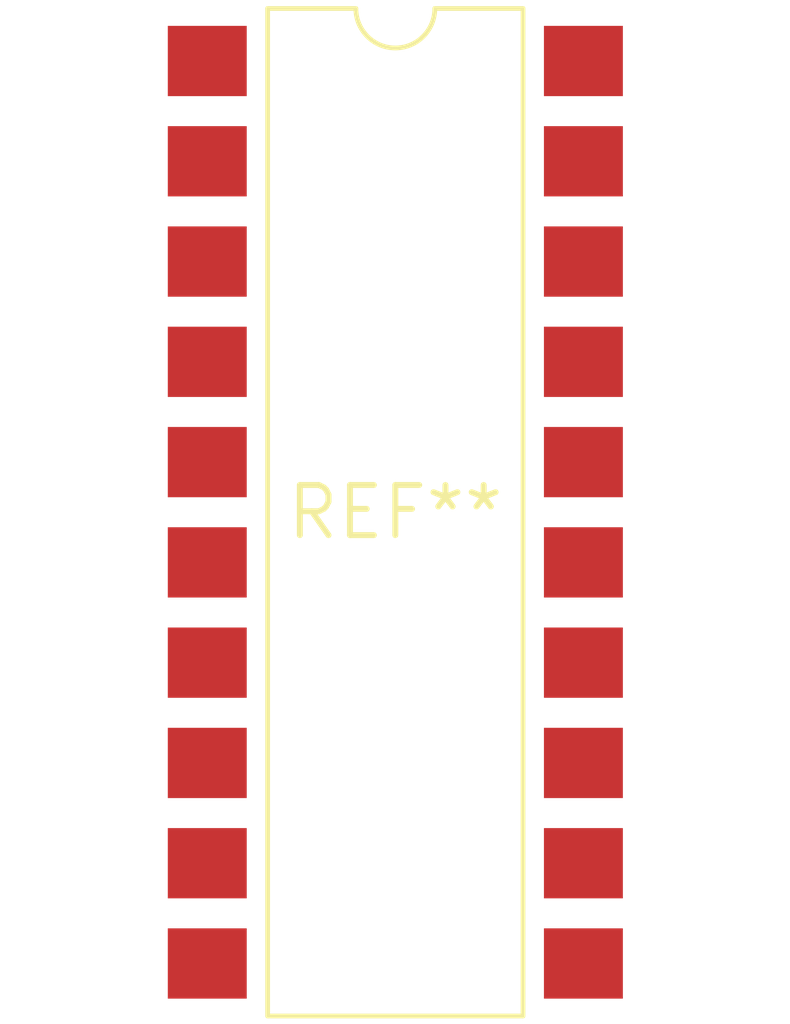
<source format=kicad_pcb>
(kicad_pcb (version 20240108) (generator pcbnew)
  (layers (0 "F.Cu" signal) (31 "B.Cu" signal) (34 "B.Paste" user) (35 "F.Paste" user) (36 "B.SilkS" user "B.Silkscreen") (37 "F.SilkS" user "F.Silkscreen") (38 "B.Mask" user) (39 "F.Mask" user) (44 "Edge.Cuts" user))
  (net 0 "")
  (footprint "SMDIP-20_W9.53mm" (layer "F.Cu") (at 0 0)
    (property "Reference" "REF**")
    (property "Value" "SMDIP-20_W9.53mm")
    (fp_line (start -3.235 -12.76) (end -3.235 12.76) (layer "F.SilkS") (stroke (width 0.12)))
    (fp_line (start -3.235 12.76) (end 3.235 12.76) (layer "F.SilkS") (stroke (width 0.12)))
    (fp_line (start -1 -12.76) (end -3.235 -12.76) (layer "F.SilkS") (stroke (width 0.12)))
    (fp_line (start 3.235 -12.76) (end 1 -12.76) (layer "F.SilkS") (stroke (width 0.12)))
    (fp_line (start 3.235 12.76) (end 3.235 -12.76) (layer "F.SilkS") (stroke (width 0.12)))
    (fp_arc (start 1 -12.76) (mid 0 -11.76) (end -1 -12.76) (layer "F.SilkS") (stroke (width 0.12)))
    (pad "1" smd rect (at -4.765 -11.43) (size 2 1.78) (layers "F.Cu" "F.Paste" "F.Mask"))
    (pad "2" smd rect (at -4.765 -8.89) (size 2 1.78) (layers "F.Cu" "F.Paste" "F.Mask"))
    (pad "3" smd rect (at -4.765 -6.35) (size 2 1.78) (layers "F.Cu" "F.Paste" "F.Mask"))
    (pad "4" smd rect (at -4.765 -3.81) (size 2 1.78) (layers "F.Cu" "F.Paste" "F.Mask"))
    (pad "5" smd rect (at -4.765 -1.27) (size 2 1.78) (layers "F.Cu" "F.Paste" "F.Mask"))
    (pad "6" smd rect (at -4.765 1.27) (size 2 1.78) (layers "F.Cu" "F.Paste" "F.Mask"))
    (pad "7" smd rect (at -4.765 3.81) (size 2 1.78) (layers "F.Cu" "F.Paste" "F.Mask"))
    (pad "8" smd rect (at -4.765 6.35) (size 2 1.78) (layers "F.Cu" "F.Paste" "F.Mask"))
    (pad "9" smd rect (at -4.765 8.89) (size 2 1.78) (layers "F.Cu" "F.Paste" "F.Mask"))
    (pad "10" smd rect (at -4.765 11.43) (size 2 1.78) (layers "F.Cu" "F.Paste" "F.Mask"))
    (pad "11" smd rect (at 4.765 11.43) (size 2 1.78) (layers "F.Cu" "F.Paste" "F.Mask"))
    (pad "12" smd rect (at 4.765 8.89) (size 2 1.78) (layers "F.Cu" "F.Paste" "F.Mask"))
    (pad "13" smd rect (at 4.765 6.35) (size 2 1.78) (layers "F.Cu" "F.Paste" "F.Mask"))
    (pad "14" smd rect (at 4.765 3.81) (size 2 1.78) (layers "F.Cu" "F.Paste" "F.Mask"))
    (pad "15" smd rect (at 4.765 1.27) (size 2 1.78) (layers "F.Cu" "F.Paste" "F.Mask"))
    (pad "16" smd rect (at 4.765 -1.27) (size 2 1.78) (layers "F.Cu" "F.Paste" "F.Mask"))
    (pad "17" smd rect (at 4.765 -3.81) (size 2 1.78) (layers "F.Cu" "F.Paste" "F.Mask"))
    (pad "18" smd rect (at 4.765 -6.35) (size 2 1.78) (layers "F.Cu" "F.Paste" "F.Mask"))
    (pad "19" smd rect (at 4.765 -8.89) (size 2 1.78) (layers "F.Cu" "F.Paste" "F.Mask"))
    (pad "20" smd rect (at 4.765 -11.43) (size 2 1.78) (layers "F.Cu" "F.Paste" "F.Mask"))
  )
)
</source>
